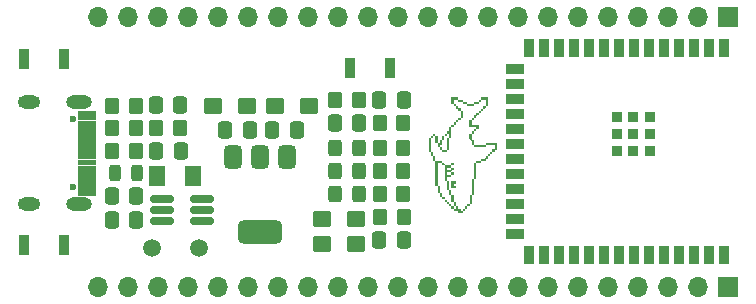
<source format=gts>
%TF.GenerationSoftware,KiCad,Pcbnew,8.0.4*%
%TF.CreationDate,2024-11-09T01:04:21+01:00*%
%TF.ProjectId,NatSi-DevKit,4e617453-692d-4446-9576-4b69742e6b69,v1.0.0*%
%TF.SameCoordinates,Original*%
%TF.FileFunction,Soldermask,Top*%
%TF.FilePolarity,Negative*%
%FSLAX46Y46*%
G04 Gerber Fmt 4.6, Leading zero omitted, Abs format (unit mm)*
G04 Created by KiCad (PCBNEW 8.0.4) date 2024-11-09 01:04:21*
%MOMM*%
%LPD*%
G01*
G04 APERTURE LIST*
G04 Aperture macros list*
%AMRoundRect*
0 Rectangle with rounded corners*
0 $1 Rounding radius*
0 $2 $3 $4 $5 $6 $7 $8 $9 X,Y pos of 4 corners*
0 Add a 4 corners polygon primitive as box body*
4,1,4,$2,$3,$4,$5,$6,$7,$8,$9,$2,$3,0*
0 Add four circle primitives for the rounded corners*
1,1,$1+$1,$2,$3*
1,1,$1+$1,$4,$5*
1,1,$1+$1,$6,$7*
1,1,$1+$1,$8,$9*
0 Add four rect primitives between the rounded corners*
20,1,$1+$1,$2,$3,$4,$5,0*
20,1,$1+$1,$4,$5,$6,$7,0*
20,1,$1+$1,$6,$7,$8,$9,0*
20,1,$1+$1,$8,$9,$2,$3,0*%
G04 Aperture macros list end*
%ADD10C,0.000000*%
%ADD11C,0.010000*%
%ADD12RoundRect,0.250000X-0.350000X-0.450000X0.350000X-0.450000X0.350000X0.450000X-0.350000X0.450000X0*%
%ADD13RoundRect,0.250000X-0.325000X-0.450000X0.325000X-0.450000X0.325000X0.450000X-0.325000X0.450000X0*%
%ADD14RoundRect,0.162500X-0.837500X-0.162500X0.837500X-0.162500X0.837500X0.162500X-0.837500X0.162500X0*%
%ADD15RoundRect,0.250000X0.537500X0.425000X-0.537500X0.425000X-0.537500X-0.425000X0.537500X-0.425000X0*%
%ADD16C,1.500000*%
%ADD17RoundRect,0.250000X0.337500X0.475000X-0.337500X0.475000X-0.337500X-0.475000X0.337500X-0.475000X0*%
%ADD18R,0.900000X0.900000*%
%ADD19R,0.900000X1.500000*%
%ADD20R,1.500000X0.900000*%
%ADD21R,0.900000X1.700000*%
%ADD22RoundRect,0.250000X-0.337500X-0.475000X0.337500X-0.475000X0.337500X0.475000X-0.337500X0.475000X0*%
%ADD23RoundRect,0.375000X-0.375000X0.625000X-0.375000X-0.625000X0.375000X-0.625000X0.375000X0.625000X0*%
%ADD24RoundRect,0.500000X-1.400000X0.500000X-1.400000X-0.500000X1.400000X-0.500000X1.400000X0.500000X0*%
%ADD25RoundRect,0.243750X0.243750X0.456250X-0.243750X0.456250X-0.243750X-0.456250X0.243750X-0.456250X0*%
%ADD26RoundRect,0.250000X0.350000X0.450000X-0.350000X0.450000X-0.350000X-0.450000X0.350000X-0.450000X0*%
%ADD27RoundRect,0.250000X-0.537500X-0.425000X0.537500X-0.425000X0.537500X0.425000X-0.537500X0.425000X0*%
%ADD28O,1.904000X1.104000*%
%ADD29O,2.204000X1.104000*%
%ADD30C,0.600000*%
%ADD31RoundRect,0.250001X0.462499X0.624999X-0.462499X0.624999X-0.462499X-0.624999X0.462499X-0.624999X0*%
%ADD32O,1.700000X1.700000*%
%ADD33R,1.700000X1.700000*%
G04 APERTURE END LIST*
D10*
G36*
X148693713Y-100407927D02*
G01*
X148693713Y-100603372D01*
X148979048Y-100607641D01*
X149264383Y-100611910D01*
X149265869Y-100698062D01*
X149267356Y-100784215D01*
X149361653Y-100792045D01*
X149455951Y-100799877D01*
X149463809Y-100893860D01*
X149471668Y-100987843D01*
X149749872Y-100992118D01*
X149841000Y-100993519D01*
X150028076Y-100996392D01*
X150032765Y-100898135D01*
X150037453Y-100799877D01*
X150135679Y-100795214D01*
X150233905Y-100790551D01*
X150233905Y-100893113D01*
X150233905Y-100995676D01*
X150139608Y-100995676D01*
X150045311Y-100995676D01*
X150045311Y-101089659D01*
X150045311Y-101183643D01*
X150139608Y-101183643D01*
X150233905Y-101183643D01*
X150233905Y-101281935D01*
X150233905Y-101380229D01*
X150143537Y-101379834D01*
X150053169Y-101379439D01*
X150048455Y-101469508D01*
X150043743Y-101559575D01*
X150138823Y-101559575D01*
X150233905Y-101559575D01*
X150233905Y-101661390D01*
X150233905Y-101763206D01*
X150139608Y-101763206D01*
X150045311Y-101763206D01*
X150045311Y-101857188D01*
X150045311Y-101951172D01*
X149848858Y-101951172D01*
X149652405Y-101951172D01*
X149652405Y-102139138D01*
X149652405Y-102327104D01*
X149558107Y-102327104D01*
X149463809Y-102327104D01*
X149463809Y-101653559D01*
X149463809Y-101575239D01*
X149652405Y-101575239D01*
X149652405Y-101669222D01*
X149652405Y-101763206D01*
X149841000Y-101763206D01*
X150029594Y-101763206D01*
X150029594Y-101669222D01*
X150029594Y-101575239D01*
X149841000Y-101575239D01*
X149652405Y-101575239D01*
X149463809Y-101575239D01*
X149463809Y-101183643D01*
X149652405Y-101183643D01*
X149652405Y-101277626D01*
X149652405Y-101371609D01*
X149841000Y-101371609D01*
X150029594Y-101371609D01*
X150029594Y-101277626D01*
X150029594Y-101183643D01*
X149841000Y-101183643D01*
X149652405Y-101183643D01*
X149463809Y-101183643D01*
X149463809Y-100980011D01*
X149369511Y-100980011D01*
X149275215Y-100980011D01*
X149275215Y-100886028D01*
X149275215Y-100792045D01*
X149078761Y-100792045D01*
X148882308Y-100792045D01*
X148882308Y-101754592D01*
X148882308Y-102717136D01*
X148972677Y-102721834D01*
X149063044Y-102726532D01*
X149067328Y-103012398D01*
X149071612Y-103298264D01*
X149165555Y-103298264D01*
X149259498Y-103298264D01*
X149259498Y-103494844D01*
X149259498Y-103691422D01*
X149169130Y-103686726D01*
X149078761Y-103682028D01*
X149074349Y-103490146D01*
X149069936Y-103298264D01*
X148976121Y-103298264D01*
X148882308Y-103298264D01*
X148882308Y-103008482D01*
X148882308Y-102718700D01*
X148788011Y-102718700D01*
X148693713Y-102718700D01*
X148693713Y-101661390D01*
X148693713Y-100604079D01*
X148591558Y-100604079D01*
X148489402Y-100604079D01*
X148489402Y-100408282D01*
X148489402Y-100212482D01*
X148591558Y-100212482D01*
X148693713Y-100212482D01*
X148693713Y-100407927D01*
G37*
G36*
X153125692Y-95599479D02*
G01*
X153125692Y-95983244D01*
X153032145Y-95983244D01*
X152938597Y-95983244D01*
X152933918Y-96081143D01*
X152929239Y-96179041D01*
X152836580Y-96179041D01*
X152743923Y-96179041D01*
X152742284Y-96273024D01*
X152740644Y-96367006D01*
X152642417Y-96371672D01*
X152544191Y-96376334D01*
X152544191Y-96469570D01*
X152544191Y-96562806D01*
X152449893Y-96562806D01*
X152355595Y-96562806D01*
X152355595Y-96656789D01*
X152355595Y-96750773D01*
X152262049Y-96750773D01*
X152168501Y-96750773D01*
X152163821Y-96848671D01*
X152159142Y-96946570D01*
X152060916Y-96951234D01*
X151962689Y-96955897D01*
X151962689Y-97049133D01*
X151962689Y-97142369D01*
X151868392Y-97142369D01*
X151774095Y-97142369D01*
X151774095Y-97338167D01*
X151774095Y-97533966D01*
X152064845Y-97533966D01*
X152355595Y-97533966D01*
X152355595Y-97721933D01*
X152355595Y-97909899D01*
X152261299Y-97909899D01*
X152167000Y-97909899D01*
X152167000Y-97815916D01*
X152167000Y-97721933D01*
X151870136Y-97721933D01*
X151573271Y-97721933D01*
X151573199Y-97432150D01*
X151573128Y-97142369D01*
X151672862Y-97142369D01*
X151772595Y-97142369D01*
X151777273Y-97044471D01*
X151781952Y-96946570D01*
X151871560Y-96941896D01*
X151961166Y-96937220D01*
X151965857Y-96847912D01*
X151970547Y-96758605D01*
X152060155Y-96753929D01*
X152149761Y-96749254D01*
X152154452Y-96659946D01*
X152159142Y-96570638D01*
X152257369Y-96565974D01*
X152355595Y-96561312D01*
X152355595Y-96468076D01*
X152355595Y-96374840D01*
X152449144Y-96374840D01*
X152542691Y-96374840D01*
X152547371Y-96276940D01*
X152552049Y-96179041D01*
X152641656Y-96174367D01*
X152731263Y-96169691D01*
X152735953Y-96080383D01*
X152740644Y-95991074D01*
X152838870Y-95986412D01*
X152937097Y-95981748D01*
X152937097Y-95700546D01*
X152937097Y-95419344D01*
X152748502Y-95419344D01*
X152559907Y-95419344D01*
X152559907Y-95513328D01*
X152559907Y-95607311D01*
X152457752Y-95607311D01*
X152355595Y-95607311D01*
X152355576Y-95705210D01*
X152355558Y-95803108D01*
X152186627Y-95800281D01*
X152115446Y-95799023D01*
X152055132Y-95797830D01*
X152013134Y-95796859D01*
X151998050Y-95796365D01*
X151985610Y-95781896D01*
X151979343Y-95739144D01*
X151978406Y-95701294D01*
X151978406Y-95607311D01*
X152167000Y-95607311D01*
X152355595Y-95607311D01*
X152355595Y-95514075D01*
X152355595Y-95420839D01*
X152453823Y-95416175D01*
X152552049Y-95411512D01*
X152556728Y-95313613D01*
X152561407Y-95215713D01*
X152843549Y-95215713D01*
X153125692Y-95215713D01*
X153125692Y-95599479D01*
G37*
G36*
X150045311Y-103297482D02*
G01*
X150045311Y-103484666D01*
X150135679Y-103489363D01*
X150226048Y-103494061D01*
X150230331Y-103779928D01*
X150234614Y-104065793D01*
X150277402Y-104065793D01*
X150328558Y-104065793D01*
X150422501Y-104065793D01*
X150422501Y-104261592D01*
X150422501Y-104457389D01*
X150524656Y-104457389D01*
X150626811Y-104457389D01*
X150626811Y-104551372D01*
X150626811Y-104645355D01*
X150721110Y-104645355D01*
X150815406Y-104645355D01*
X150815406Y-104739338D01*
X150815406Y-104833322D01*
X150909704Y-104833322D01*
X151004000Y-104833322D01*
X151004000Y-104935137D01*
X151004000Y-105036953D01*
X150816157Y-105036953D01*
X150628312Y-105036953D01*
X150623633Y-104939053D01*
X150618954Y-104841154D01*
X150426429Y-104836756D01*
X150233905Y-104832358D01*
X150233905Y-104738856D01*
X150233905Y-104645355D01*
X150139608Y-104645355D01*
X150045311Y-104645355D01*
X150045311Y-104551372D01*
X150233905Y-104551372D01*
X150233905Y-104645355D01*
X150332132Y-104645373D01*
X150430358Y-104645391D01*
X150427875Y-104558052D01*
X150425631Y-104509335D01*
X150422447Y-104475357D01*
X150420017Y-104465399D01*
X150403284Y-104462314D01*
X150366412Y-104459202D01*
X150320689Y-104456670D01*
X150277402Y-104455328D01*
X150247838Y-104455787D01*
X150245693Y-104455998D01*
X150239467Y-104471009D01*
X150235194Y-104508610D01*
X150233905Y-104551372D01*
X150045311Y-104551372D01*
X150045311Y-104457389D01*
X150139608Y-104457389D01*
X150233905Y-104457389D01*
X150233905Y-104261592D01*
X150233905Y-104065793D01*
X150139608Y-104065793D01*
X150045311Y-104065793D01*
X150045311Y-103776012D01*
X150045311Y-103486230D01*
X149951012Y-103486230D01*
X149856716Y-103486230D01*
X149856716Y-103298264D01*
X149856716Y-103110297D01*
X149951012Y-103110297D01*
X150045311Y-103110297D01*
X150045311Y-103297482D01*
G37*
G36*
X153125692Y-100314298D02*
G01*
X153125692Y-100416113D01*
X153031394Y-100416113D01*
X152937097Y-100416113D01*
X152937097Y-100510095D01*
X152937097Y-100604079D01*
X152740644Y-100604079D01*
X152544191Y-100604079D01*
X152544191Y-100698062D01*
X152544191Y-100792045D01*
X152355595Y-100792045D01*
X152167000Y-100792045D01*
X152167000Y-101465592D01*
X152167000Y-102139138D01*
X152064845Y-102139138D01*
X151962689Y-102139138D01*
X151962689Y-102812683D01*
X151962689Y-103486230D01*
X151868392Y-103486230D01*
X151774095Y-103486230D01*
X151774095Y-103869213D01*
X151774095Y-104252196D01*
X151683726Y-104256893D01*
X151593357Y-104261592D01*
X151588679Y-104359490D01*
X151584000Y-104457389D01*
X151482593Y-104457389D01*
X151381189Y-104457389D01*
X151381189Y-104366017D01*
X151382859Y-104315014D01*
X151387179Y-104277532D01*
X151391666Y-104264201D01*
X151412028Y-104258451D01*
X151453440Y-104254659D01*
X151489892Y-104253756D01*
X151577642Y-104253754D01*
X151577642Y-103873907D01*
X151577642Y-103494061D01*
X151675868Y-103489398D01*
X151774095Y-103484736D01*
X151774095Y-102811935D01*
X151774095Y-102139138D01*
X151868223Y-102139138D01*
X151962352Y-102139138D01*
X151966450Y-101469508D01*
X151970547Y-100799877D01*
X152060155Y-100795202D01*
X152149761Y-100790528D01*
X152154452Y-100701218D01*
X152159142Y-100611910D01*
X152350930Y-100607519D01*
X152542716Y-100603126D01*
X152547382Y-100508653D01*
X152552049Y-100414181D01*
X152740644Y-100411231D01*
X152929239Y-100408282D01*
X152933918Y-100310382D01*
X152938597Y-100212482D01*
X153032145Y-100212482D01*
X153125692Y-100212482D01*
X153125692Y-100314298D01*
G37*
G36*
X151962689Y-98199679D02*
G01*
X151962689Y-98301494D01*
X151868392Y-98301494D01*
X151774095Y-98301494D01*
X151774095Y-98591276D01*
X151774095Y-98881057D01*
X151868392Y-98881057D01*
X151962689Y-98881057D01*
X151962689Y-99069023D01*
X151962689Y-99256990D01*
X152449893Y-99256990D01*
X152937097Y-99256990D01*
X152937097Y-99163007D01*
X152937097Y-99069023D01*
X153416442Y-99069023D01*
X153895788Y-99069023D01*
X153895788Y-99358806D01*
X153895788Y-99648587D01*
X153801490Y-99648587D01*
X153707194Y-99648587D01*
X153707194Y-99460621D01*
X153707194Y-99272655D01*
X153322146Y-99272655D01*
X152937097Y-99272655D01*
X152937097Y-99366638D01*
X152937097Y-99460621D01*
X152449893Y-99460621D01*
X151962689Y-99460621D01*
X151962689Y-99367419D01*
X151962689Y-99274217D01*
X151872321Y-99269519D01*
X151781952Y-99264823D01*
X151777546Y-99073675D01*
X151773139Y-98882528D01*
X151675391Y-98877877D01*
X151577642Y-98873227D01*
X151574738Y-98587360D01*
X151571836Y-98301494D01*
X151672965Y-98301494D01*
X151774095Y-98301494D01*
X151774095Y-98199679D01*
X151774095Y-98097866D01*
X151868392Y-98097866D01*
X151962689Y-98097866D01*
X151962689Y-98199679D01*
G37*
G36*
X149455951Y-99648587D02*
G01*
X149652405Y-99648587D01*
X149652405Y-99742571D01*
X149652405Y-99836553D01*
X149455951Y-99836553D01*
X149259498Y-99836553D01*
X149259498Y-99742571D01*
X149259498Y-99648587D01*
X149455951Y-99648587D01*
G37*
G36*
X148776223Y-98492630D02*
G01*
X148874450Y-98497294D01*
X148878733Y-98783158D01*
X148883016Y-99069023D01*
X148976961Y-99069023D01*
X149070903Y-99069023D01*
X149070903Y-98975040D01*
X149070903Y-98881057D01*
X149165201Y-98881057D01*
X149259498Y-98881057D01*
X149259498Y-99069023D01*
X149259498Y-99256990D01*
X149165201Y-99256990D01*
X149070903Y-99256990D01*
X149070903Y-99358806D01*
X149070903Y-99460621D01*
X149165201Y-99460621D01*
X149259498Y-99460621D01*
X149259498Y-99554604D01*
X149259498Y-99648587D01*
X149165201Y-99648587D01*
X149070903Y-99648587D01*
X149070903Y-99555351D01*
X149070903Y-99462115D01*
X148972891Y-99457452D01*
X148874878Y-99452789D01*
X148874210Y-99366638D01*
X148873277Y-99302258D01*
X148871567Y-99226321D01*
X148870067Y-99174754D01*
X148866591Y-99069023D01*
X148772295Y-99069023D01*
X148677996Y-99069023D01*
X148677996Y-98778423D01*
X148677996Y-98487966D01*
X148776223Y-98492630D01*
G37*
G36*
X150333588Y-95795277D02*
G01*
X150433270Y-95795277D01*
X150429341Y-95869680D01*
X150426701Y-95918077D01*
X150424562Y-95954556D01*
X150423956Y-95963663D01*
X150408949Y-95976111D01*
X150365293Y-95982351D01*
X150328203Y-95983244D01*
X150233905Y-95983244D01*
X150233905Y-95889260D01*
X150233905Y-95795277D01*
X150333588Y-95795277D01*
G37*
G36*
X150807548Y-95419344D02*
G01*
X151004000Y-95419344D01*
X151004000Y-95513328D01*
X151004000Y-95607311D01*
X151193343Y-95607311D01*
X151382688Y-95607311D01*
X151378009Y-95702510D01*
X151373331Y-95797711D01*
X151192594Y-95797711D01*
X151011857Y-95797711D01*
X151007177Y-95702510D01*
X151002502Y-95607311D01*
X150806800Y-95607311D01*
X150611096Y-95607311D01*
X150611096Y-95513328D01*
X150611096Y-95419344D01*
X150807548Y-95419344D01*
G37*
G36*
X150611096Y-95317529D02*
G01*
X150611096Y-95419344D01*
X150422501Y-95419344D01*
X150233905Y-95419344D01*
X150233905Y-95607311D01*
X150233905Y-95795277D01*
X150139608Y-95795277D01*
X150045311Y-95795277D01*
X150045311Y-95505496D01*
X150045311Y-95215713D01*
X150328203Y-95215713D01*
X150611096Y-95215713D01*
X150611096Y-95317529D01*
G37*
G36*
X150403778Y-97343531D02*
G01*
X150425709Y-97363703D01*
X150433229Y-97405625D01*
X150431634Y-97449090D01*
X150425600Y-97526134D01*
X150329753Y-97530797D01*
X150233905Y-97535461D01*
X150233905Y-97628697D01*
X150233905Y-97721933D01*
X150139836Y-97721933D01*
X150045765Y-97721933D01*
X150041608Y-98203596D01*
X150037453Y-98685260D01*
X149947084Y-98687518D01*
X149856716Y-98689778D01*
X149856716Y-98495637D01*
X149856716Y-98301494D01*
X149754559Y-98301494D01*
X149652405Y-98301494D01*
X149652405Y-98207511D01*
X149652405Y-98113528D01*
X149746701Y-98113528D01*
X149841000Y-98113528D01*
X149841000Y-97917730D01*
X149841000Y-97721933D01*
X149943155Y-97721933D01*
X150045311Y-97721933D01*
X150045311Y-97627950D01*
X150045311Y-97533966D01*
X150139608Y-97533966D01*
X150233905Y-97533966D01*
X150233905Y-97439983D01*
X150234648Y-97387914D01*
X150239141Y-97359691D01*
X150250777Y-97347834D01*
X150272949Y-97344862D01*
X150277124Y-97344727D01*
X150328181Y-97342490D01*
X150364439Y-97340256D01*
X150403778Y-97343531D01*
G37*
G36*
X148403928Y-99836553D02*
G01*
X148507052Y-99836553D01*
X148502155Y-100020603D01*
X148497260Y-100204651D01*
X148399033Y-100209314D01*
X148300806Y-100213977D01*
X148300806Y-100025267D01*
X148300806Y-99836553D01*
X148403928Y-99836553D01*
G37*
G36*
X148677996Y-98394730D02*
G01*
X148677996Y-98487824D01*
X148595486Y-98492558D01*
X148512976Y-98497294D01*
X148505117Y-98591276D01*
X148497260Y-98685260D01*
X148399033Y-98689923D01*
X148300806Y-98694586D01*
X148300806Y-99265570D01*
X148300806Y-99836553D01*
X148206510Y-99836553D01*
X148112212Y-99836553D01*
X148112212Y-99265604D01*
X148112212Y-98694655D01*
X148202579Y-98689957D01*
X148292948Y-98685260D01*
X148297627Y-98587360D01*
X148302307Y-98489460D01*
X148395854Y-98489460D01*
X148489402Y-98489460D01*
X148489402Y-98395478D01*
X148489402Y-98301494D01*
X148583699Y-98301494D01*
X148677996Y-98301494D01*
X148677996Y-98394730D01*
G37*
G36*
X150909704Y-96374840D02*
G01*
X151004000Y-96374840D01*
X151004000Y-96664621D01*
X151004000Y-96954402D01*
X150909704Y-96954402D01*
X150815406Y-96954402D01*
X150815406Y-96664621D01*
X150815406Y-96374840D01*
X150909704Y-96374840D01*
G37*
G36*
X150626811Y-96077226D02*
G01*
X150626811Y-96171210D01*
X150721110Y-96171210D01*
X150815406Y-96171210D01*
X150815406Y-96273024D01*
X150815406Y-96374840D01*
X150721110Y-96374840D01*
X150626811Y-96374840D01*
X150626811Y-96280857D01*
X150623835Y-96220652D01*
X150614726Y-96189924D01*
X150607166Y-96185134D01*
X150580754Y-96183703D01*
X150535727Y-96182026D01*
X150508939Y-96181219D01*
X150430358Y-96179041D01*
X150425679Y-96081143D01*
X150421001Y-95983244D01*
X150523905Y-95983244D01*
X150626811Y-95983244D01*
X150626811Y-96077226D01*
G37*
G36*
X150250583Y-102330479D02*
G01*
X150430358Y-102334936D01*
X150430850Y-102432835D01*
X150431341Y-102530733D01*
X150332623Y-102530733D01*
X150233905Y-102530733D01*
X150233905Y-102633744D01*
X150233905Y-102736756D01*
X150316415Y-102733614D01*
X150366257Y-102732175D01*
X150403478Y-102731928D01*
X150414944Y-102732418D01*
X150423522Y-102747799D01*
X150428884Y-102785835D01*
X150429945Y-102824431D01*
X150428929Y-102914499D01*
X150229262Y-102918882D01*
X150029594Y-102923266D01*
X150029594Y-102632526D01*
X150030092Y-102524808D01*
X150031748Y-102444913D01*
X150034805Y-102389343D01*
X150039501Y-102354607D01*
X150046077Y-102337212D01*
X150050199Y-102333903D01*
X150073469Y-102331129D01*
X150120948Y-102329593D01*
X150185438Y-102329414D01*
X150250583Y-102330479D01*
G37*
G36*
X149379366Y-98492440D02*
G01*
X149455951Y-98497294D01*
X149455951Y-98685260D01*
X149455951Y-98873227D01*
X149367692Y-98877860D01*
X149317488Y-98879730D01*
X149290160Y-98875963D01*
X149277197Y-98862662D01*
X149270087Y-98835922D01*
X149269465Y-98832827D01*
X149264888Y-98794334D01*
X149261418Y-98735300D01*
X149259625Y-98666503D01*
X149259498Y-98643650D01*
X149260905Y-98571153D01*
X149265571Y-98525273D01*
X149274175Y-98501402D01*
X149281139Y-98495865D01*
X149308908Y-98491913D01*
X149354583Y-98491346D01*
X149379366Y-98492440D01*
G37*
G36*
X153704014Y-99738654D02*
G01*
X153708693Y-99836553D01*
X153613646Y-99836553D01*
X153518598Y-99836553D01*
X153518598Y-99930537D01*
X153518598Y-100024520D01*
X153416442Y-100024520D01*
X153314287Y-100024520D01*
X153314287Y-99930537D01*
X153314287Y-99836553D01*
X153407834Y-99836553D01*
X153501382Y-99836553D01*
X153506061Y-99738654D01*
X153510740Y-99640756D01*
X153605037Y-99640756D01*
X153699336Y-99640756D01*
X153704014Y-99738654D01*
G37*
G36*
X151378009Y-104549228D02*
G01*
X151382688Y-104645355D01*
X151287641Y-104645355D01*
X151192594Y-104645355D01*
X151192594Y-104739338D01*
X151192594Y-104833322D01*
X151098296Y-104833322D01*
X151004000Y-104833322D01*
X151004000Y-104739338D01*
X151004000Y-104645355D01*
X151097546Y-104645355D01*
X151191093Y-104645355D01*
X151195772Y-104549228D01*
X151200452Y-104453100D01*
X151286890Y-104453100D01*
X151373331Y-104453100D01*
X151378009Y-104549228D01*
G37*
G36*
X149746701Y-104065793D02*
G01*
X149841000Y-104065793D01*
X149841000Y-104159776D01*
X149841000Y-104253759D01*
X149746701Y-104253759D01*
X149652405Y-104253759D01*
X149652405Y-104159776D01*
X149652405Y-104065793D01*
X149746701Y-104065793D01*
G37*
G36*
X149652405Y-103971809D02*
G01*
X149652405Y-104065793D01*
X149558107Y-104065793D01*
X149463809Y-104065793D01*
X149463809Y-103971809D01*
X149463809Y-103877826D01*
X149558107Y-103877826D01*
X149652405Y-103877826D01*
X149652405Y-103971809D01*
G37*
G36*
X150815406Y-97048386D02*
G01*
X150814402Y-97100685D01*
X150809556Y-97129077D01*
X150798125Y-97140969D01*
X150780045Y-97143674D01*
X150734914Y-97146553D01*
X150705393Y-97149333D01*
X150664430Y-97150369D01*
X150640679Y-97138243D01*
X150629641Y-97107082D01*
X150626818Y-97051008D01*
X150626811Y-97046710D01*
X150626811Y-96954402D01*
X150721110Y-96954402D01*
X150815406Y-96954402D01*
X150815406Y-97048386D01*
G37*
G36*
X149460812Y-103779928D02*
G01*
X149455951Y-103869994D01*
X149361653Y-103869994D01*
X149267356Y-103869994D01*
X149262721Y-103791073D01*
X149262105Y-103743605D01*
X149265665Y-103709859D01*
X149269269Y-103701007D01*
X149289925Y-103695010D01*
X149331888Y-103690964D01*
X149373063Y-103689860D01*
X149465672Y-103689860D01*
X149460812Y-103779928D01*
G37*
G36*
X153314287Y-100118503D02*
G01*
X153314287Y-100212482D01*
X153219989Y-100212482D01*
X153125692Y-100212482D01*
X153125692Y-100118503D01*
X153125692Y-100024520D01*
X153219989Y-100024520D01*
X153314287Y-100024520D01*
X153314287Y-100118503D01*
G37*
G36*
X152167000Y-98003882D02*
G01*
X152167000Y-98097866D01*
X152064845Y-98097866D01*
X151962689Y-98097866D01*
X151962689Y-98003882D01*
X151962689Y-97909899D01*
X152064845Y-97909899D01*
X152167000Y-97909899D01*
X152167000Y-98003882D01*
G37*
G36*
X151978406Y-95897091D02*
G01*
X151978406Y-95998907D01*
X151679797Y-95998907D01*
X151381189Y-95998907D01*
X151381189Y-95897091D01*
X151381189Y-95795277D01*
X151679797Y-95795277D01*
X151978406Y-95795277D01*
X151978406Y-95897091D01*
G37*
G36*
X150623633Y-97240268D02*
G01*
X150618954Y-97338167D01*
X150520727Y-97342831D01*
X150422501Y-97347494D01*
X150422501Y-97244931D01*
X150422501Y-97142369D01*
X150525407Y-97142369D01*
X150628312Y-97142369D01*
X150623633Y-97240268D01*
G37*
G36*
X150029594Y-104363406D02*
G01*
X150029594Y-104457389D01*
X149935296Y-104457389D01*
X149841000Y-104457389D01*
X149841000Y-104363406D01*
X149841000Y-104269422D01*
X149935296Y-104269422D01*
X150029594Y-104269422D01*
X150029594Y-104363406D01*
G37*
G36*
X149841000Y-102727314D02*
G01*
X149841000Y-103111861D01*
X149750631Y-103107162D01*
X149660263Y-103102465D01*
X149656054Y-102722617D01*
X149651846Y-102342767D01*
X149746422Y-102342767D01*
X149841000Y-102342767D01*
X149841000Y-102727314D01*
G37*
G36*
X149841000Y-99170839D02*
G01*
X149841000Y-99648587D01*
X149746701Y-99648587D01*
X149652405Y-99648587D01*
X149652405Y-99170839D01*
X149652405Y-98693091D01*
X149746701Y-98693091D01*
X149841000Y-98693091D01*
X149841000Y-99170839D01*
G37*
G36*
X149652405Y-98395478D02*
G01*
X149652405Y-98489460D01*
X149558107Y-98489460D01*
X149463809Y-98489460D01*
X149463809Y-98395478D01*
X149463809Y-98301494D01*
X149558107Y-98301494D01*
X149652405Y-98301494D01*
X149652405Y-98395478D01*
G37*
D11*
X119871000Y-103503000D02*
X118431000Y-103503000D01*
X118431000Y-102803000D01*
X119871000Y-102803000D01*
X119871000Y-103503000D01*
G36*
X119871000Y-103503000D02*
G01*
X118431000Y-103503000D01*
X118431000Y-102803000D01*
X119871000Y-102803000D01*
X119871000Y-103503000D01*
G37*
X119871000Y-102703000D02*
X118431000Y-102703000D01*
X118431000Y-102003000D01*
X119871000Y-102003000D01*
X119871000Y-102703000D01*
G36*
X119871000Y-102703000D02*
G01*
X118431000Y-102703000D01*
X118431000Y-102003000D01*
X119871000Y-102003000D01*
X119871000Y-102703000D01*
G37*
X119871000Y-101903000D02*
X118431000Y-101903000D01*
X118431000Y-101503000D01*
X119871000Y-101503000D01*
X119871000Y-101903000D01*
G36*
X119871000Y-101903000D02*
G01*
X118431000Y-101903000D01*
X118431000Y-101503000D01*
X119871000Y-101503000D01*
X119871000Y-101903000D01*
G37*
X119871000Y-101403000D02*
X118431000Y-101403000D01*
X118431000Y-101003000D01*
X119871000Y-101003000D01*
X119871000Y-101403000D01*
G36*
X119871000Y-101403000D02*
G01*
X118431000Y-101403000D01*
X118431000Y-101003000D01*
X119871000Y-101003000D01*
X119871000Y-101403000D01*
G37*
X119871000Y-100903000D02*
X118431000Y-100903000D01*
X118431000Y-100503000D01*
X119871000Y-100503000D01*
X119871000Y-100903000D01*
G36*
X119871000Y-100903000D02*
G01*
X118431000Y-100903000D01*
X118431000Y-100503000D01*
X119871000Y-100503000D01*
X119871000Y-100903000D01*
G37*
X119871000Y-100403000D02*
X118431000Y-100403000D01*
X118431000Y-100003000D01*
X119871000Y-100003000D01*
X119871000Y-100403000D01*
G36*
X119871000Y-100403000D02*
G01*
X118431000Y-100403000D01*
X118431000Y-100003000D01*
X119871000Y-100003000D01*
X119871000Y-100403000D01*
G37*
X119871000Y-99903000D02*
X118431000Y-99903000D01*
X118431000Y-99503000D01*
X119871000Y-99503000D01*
X119871000Y-99903000D01*
G36*
X119871000Y-99903000D02*
G01*
X118431000Y-99903000D01*
X118431000Y-99503000D01*
X119871000Y-99503000D01*
X119871000Y-99903000D01*
G37*
X119871000Y-99403000D02*
X118431000Y-99403000D01*
X118431000Y-99003000D01*
X119871000Y-99003000D01*
X119871000Y-99403000D01*
G36*
X119871000Y-99403000D02*
G01*
X118431000Y-99403000D01*
X118431000Y-99003000D01*
X119871000Y-99003000D01*
X119871000Y-99403000D01*
G37*
X119871000Y-98903000D02*
X118431000Y-98903000D01*
X118431000Y-98503000D01*
X119871000Y-98503000D01*
X119871000Y-98903000D01*
G36*
X119871000Y-98903000D02*
G01*
X118431000Y-98903000D01*
X118431000Y-98503000D01*
X119871000Y-98503000D01*
X119871000Y-98903000D01*
G37*
X119871000Y-98403000D02*
X118431000Y-98403000D01*
X118431000Y-98003000D01*
X119871000Y-98003000D01*
X119871000Y-98403000D01*
G36*
X119871000Y-98403000D02*
G01*
X118431000Y-98403000D01*
X118431000Y-98003000D01*
X119871000Y-98003000D01*
X119871000Y-98403000D01*
G37*
X119871000Y-97903000D02*
X118431000Y-97903000D01*
X118431000Y-97203000D01*
X119871000Y-97203000D01*
X119871000Y-97903000D01*
G36*
X119871000Y-97903000D02*
G01*
X118431000Y-97903000D01*
X118431000Y-97203000D01*
X119871000Y-97203000D01*
X119871000Y-97903000D01*
G37*
X119871000Y-97103000D02*
X118431000Y-97103000D01*
X118431000Y-96403000D01*
X119871000Y-96403000D01*
X119871000Y-97103000D01*
G36*
X119871000Y-97103000D02*
G01*
X118431000Y-97103000D01*
X118431000Y-96403000D01*
X119871000Y-96403000D01*
X119871000Y-97103000D01*
G37*
D12*
X146009600Y-105367200D03*
X144009600Y-105367200D03*
D13*
X142250000Y-99474400D03*
X140200000Y-99474400D03*
D14*
X128965000Y-103833000D03*
X128965000Y-104783000D03*
X128965000Y-105733000D03*
X125545000Y-105733000D03*
X125545000Y-104783000D03*
X125545000Y-103833000D03*
D15*
X129875000Y-95930000D03*
X132750000Y-95930000D03*
D16*
X124715000Y-107958000D03*
D17*
X125049100Y-99753800D03*
X127124100Y-99753800D03*
D15*
X139127100Y-105545000D03*
X142002100Y-105545000D03*
D17*
X134875000Y-97980000D03*
X136950000Y-97980000D03*
D13*
X142250000Y-103436800D03*
X140200000Y-103436800D03*
D18*
X164031000Y-99730000D03*
X165431000Y-99730000D03*
X166831000Y-99730000D03*
X164031000Y-98330000D03*
X165431000Y-98330000D03*
X166831000Y-98330000D03*
X166831000Y-98330000D03*
X164031000Y-96930000D03*
X164031000Y-96930000D03*
X165431000Y-96930000D03*
X166831000Y-96930000D03*
D19*
X173151000Y-108580000D03*
X171881000Y-108580000D03*
X170611000Y-108580000D03*
X169341000Y-108580000D03*
X168071000Y-108580000D03*
X166801000Y-108580000D03*
X165531000Y-108580000D03*
X164261000Y-108580000D03*
X162991000Y-108580000D03*
X161721000Y-108580000D03*
X160451000Y-108580000D03*
X159181000Y-108580000D03*
X157911000Y-108580000D03*
X156641000Y-108580000D03*
D20*
X155391000Y-106815000D03*
X155391000Y-105545000D03*
X155391000Y-104275000D03*
X155391000Y-103005000D03*
X155391000Y-101735000D03*
X155391000Y-100465000D03*
X155391000Y-99195000D03*
X155391000Y-97925000D03*
X155391000Y-96655000D03*
X155391000Y-95385000D03*
X155391000Y-94115000D03*
X155391000Y-92845000D03*
D19*
X156641000Y-91080000D03*
X157911000Y-91080000D03*
X159181000Y-91080000D03*
X160451000Y-91080000D03*
X161721000Y-91080000D03*
X162991000Y-91080000D03*
X164261000Y-91080000D03*
X165531000Y-91080000D03*
X166801000Y-91080000D03*
X168071000Y-91080000D03*
X169341000Y-91080000D03*
X170611000Y-91080000D03*
X171881000Y-91080000D03*
X173151000Y-91080000D03*
D21*
X141430000Y-92718000D03*
X144830000Y-92718000D03*
D17*
X121277500Y-103580000D03*
X123352500Y-103580000D03*
X143946700Y-107323000D03*
X146021700Y-107323000D03*
D15*
X139127100Y-107653200D03*
X142002100Y-107653200D03*
D22*
X132950000Y-97980000D03*
X130875000Y-97980000D03*
D21*
X117271000Y-91956000D03*
X113871000Y-91956000D03*
D22*
X127098700Y-95893000D03*
X125023700Y-95893000D03*
D23*
X131562500Y-100298400D03*
D24*
X133862500Y-106598400D03*
D23*
X133862500Y-100298400D03*
X136162500Y-100298400D03*
D25*
X121577500Y-101630000D03*
X123452500Y-101630000D03*
D26*
X143984200Y-103436800D03*
X145984200Y-103436800D03*
D16*
X128652000Y-107958000D03*
D22*
X123364900Y-105570400D03*
X121289900Y-105570400D03*
D12*
X145984200Y-97425600D03*
X143984200Y-97425600D03*
D21*
X117271000Y-107704000D03*
X113871000Y-107704000D03*
D13*
X142250000Y-101455600D03*
X140200000Y-101455600D03*
D12*
X123315000Y-99730000D03*
X121315000Y-99730000D03*
X123315000Y-97830000D03*
X121315000Y-97830000D03*
D22*
X142237100Y-97417000D03*
X140162100Y-97417000D03*
D12*
X142199600Y-95461200D03*
X140199600Y-95461200D03*
D26*
X143984200Y-99474400D03*
X145984200Y-99474400D03*
D17*
X143946700Y-95461200D03*
X146021700Y-95461200D03*
D27*
X137950000Y-95930000D03*
X135075000Y-95930000D03*
D26*
X143984200Y-101455600D03*
X145984200Y-101455600D03*
D12*
X127035800Y-97823400D03*
X125035800Y-97823400D03*
D28*
X114301000Y-104278000D03*
X114301000Y-95628000D03*
D29*
X118471000Y-104278000D03*
X118471000Y-95628000D03*
D30*
X117981000Y-102843000D03*
X117981000Y-97063000D03*
D12*
X123315000Y-95927800D03*
X121315000Y-95927800D03*
D31*
X125157900Y-101862000D03*
X128132900Y-101862000D03*
D32*
X120143000Y-88400000D03*
X122683000Y-88400000D03*
X125223000Y-88400000D03*
X127763000Y-88400000D03*
X130303000Y-88400000D03*
X132843000Y-88400000D03*
X135383000Y-88400000D03*
X137923000Y-88400000D03*
X140463000Y-88400000D03*
X143003000Y-88400000D03*
X145543000Y-88400000D03*
X148083000Y-88400000D03*
X150623000Y-88400000D03*
X153163000Y-88400000D03*
X155703000Y-88400000D03*
X158243000Y-88400000D03*
X160783000Y-88400000D03*
X163323000Y-88400000D03*
X165863000Y-88400000D03*
X168403000Y-88400000D03*
X170943000Y-88400000D03*
D33*
X173483000Y-88400000D03*
D32*
X120143000Y-111260000D03*
X122683000Y-111260000D03*
X125223000Y-111260000D03*
X127763000Y-111260000D03*
X130303000Y-111260000D03*
X132843000Y-111260000D03*
X135383000Y-111260000D03*
X137923000Y-111260000D03*
X140463000Y-111260000D03*
X143003000Y-111260000D03*
X145543000Y-111260000D03*
X148083000Y-111260000D03*
X150623000Y-111260000D03*
X153163000Y-111260000D03*
X155703000Y-111260000D03*
X158243000Y-111260000D03*
X160783000Y-111260000D03*
X163323000Y-111260000D03*
X165863000Y-111260000D03*
X168403000Y-111260000D03*
X170943000Y-111260000D03*
D33*
X173483000Y-111260000D03*
M02*

</source>
